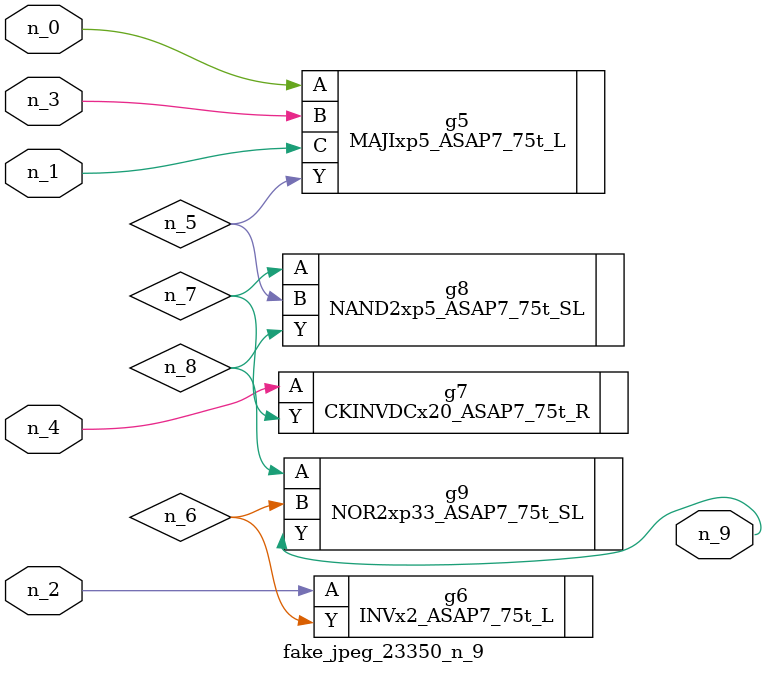
<source format=v>
module fake_jpeg_23350_n_9 (n_3, n_2, n_1, n_0, n_4, n_9);

input n_3;
input n_2;
input n_1;
input n_0;
input n_4;

output n_9;

wire n_8;
wire n_6;
wire n_5;
wire n_7;

MAJIxp5_ASAP7_75t_L g5 ( 
.A(n_0),
.B(n_3),
.C(n_1),
.Y(n_5)
);

INVx2_ASAP7_75t_L g6 ( 
.A(n_2),
.Y(n_6)
);

CKINVDCx20_ASAP7_75t_R g7 ( 
.A(n_4),
.Y(n_7)
);

NAND2xp5_ASAP7_75t_SL g8 ( 
.A(n_7),
.B(n_5),
.Y(n_8)
);

NOR2xp33_ASAP7_75t_SL g9 ( 
.A(n_8),
.B(n_6),
.Y(n_9)
);


endmodule
</source>
